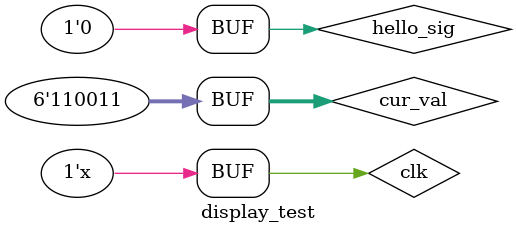
<source format=v>
`timescale 1ns / 1ps
module display_test();
reg clk,hello_sig;
reg [5:0] cur_val;
wire [7:0] an,seg;
display test(clk,hello_sig,cur_val,an,seg);
initial begin
clk<=0;
#5 hello_sig<=1;
cur_val<=6'b110011;
#500 hello_sig<=0;
end
always begin
#1.3 clk=!clk;
end
endmodule

</source>
